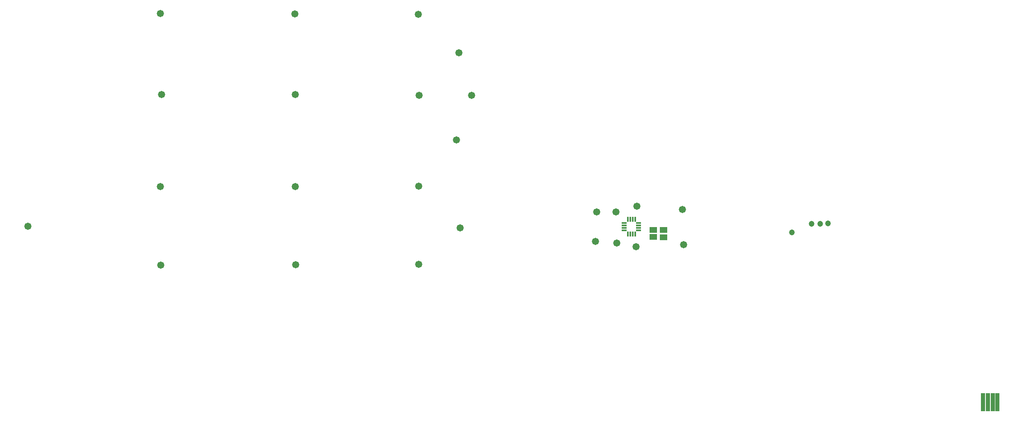
<source format=gbs>
G04*
G04 #@! TF.GenerationSoftware,Altium Limited,Altium Designer,18.0.7 (293)*
G04*
G04 Layer_Color=16711935*
%FSAX25Y25*%
%MOIN*%
G70*
G01*
G75*
%ADD13C,0.04737*%
%ADD14C,0.05800*%
%ADD23R,0.03556X0.14580*%
%ADD24R,0.06312X0.05131*%
%ADD25R,0.01502X0.03943*%
%ADD26R,0.03943X0.01502*%
D13*
X2299100Y0094100D02*
D03*
X2292600Y0093700D02*
D03*
X2285700Y0093600D02*
D03*
X2269800Y0086700D02*
D03*
D14*
X2009400Y0198400D02*
D03*
X2142900Y0074954D02*
D03*
X2143800Y0107954D02*
D03*
X2110210Y0079353D02*
D03*
X2127533Y0077953D02*
D03*
X2110900Y0103454D02*
D03*
X2126600D02*
D03*
X1966000Y0264564D02*
D03*
X1865700Y0264754D02*
D03*
X1756400Y0265154D02*
D03*
X1757300Y0198953D02*
D03*
X1866100Y0199054D02*
D03*
X1966600Y0198554D02*
D03*
X1966300Y0124453D02*
D03*
X1866100Y0124253D02*
D03*
X1756500Y0124054D02*
D03*
X1756800Y0060053D02*
D03*
X1866300Y0060353D02*
D03*
X1966300Y0060654D02*
D03*
X2181600Y0076753D02*
D03*
X2180700Y0105400D02*
D03*
X1999100Y0233100D02*
D03*
X1648774Y0091755D02*
D03*
X1999900Y0090300D02*
D03*
X1997200Y0162000D02*
D03*
D23*
X2436863Y-0051446D02*
D03*
X2432926D02*
D03*
X2428989D02*
D03*
X2425052D02*
D03*
D24*
X2156900Y0082947D02*
D03*
Y0088853D02*
D03*
X2165500Y0082847D02*
D03*
Y0088753D02*
D03*
D25*
X2142253Y0097259D02*
D03*
X2140284D02*
D03*
X2138316D02*
D03*
X2136347D02*
D03*
Y0085448D02*
D03*
X2138316D02*
D03*
X2140284D02*
D03*
X2142253D02*
D03*
D26*
X2133394Y0094306D02*
D03*
Y0092338D02*
D03*
Y0090369D02*
D03*
Y0088401D02*
D03*
X2145205D02*
D03*
Y0090369D02*
D03*
Y0092338D02*
D03*
Y0094306D02*
D03*
M02*

</source>
